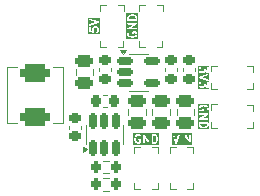
<source format=gto>
%TF.GenerationSoftware,KiCad,Pcbnew,8.0.7*%
%TF.CreationDate,2026-01-14T12:01:29-08:00*%
%TF.ProjectId,3V3-500mA,3356332d-3530-4306-9d41-2e6b69636164,rev?*%
%TF.SameCoordinates,Original*%
%TF.FileFunction,Legend,Top*%
%TF.FilePolarity,Positive*%
%FSLAX46Y46*%
G04 Gerber Fmt 4.6, Leading zero omitted, Abs format (unit mm)*
G04 Created by KiCad (PCBNEW 8.0.7) date 2026-01-14 12:01:29*
%MOMM*%
%LPD*%
G01*
G04 APERTURE LIST*
G04 Aperture macros list*
%AMRoundRect*
0 Rectangle with rounded corners*
0 $1 Rounding radius*
0 $2 $3 $4 $5 $6 $7 $8 $9 X,Y pos of 4 corners*
0 Add a 4 corners polygon primitive as box body*
4,1,4,$2,$3,$4,$5,$6,$7,$8,$9,$2,$3,0*
0 Add four circle primitives for the rounded corners*
1,1,$1+$1,$2,$3*
1,1,$1+$1,$4,$5*
1,1,$1+$1,$6,$7*
1,1,$1+$1,$8,$9*
0 Add four rect primitives between the rounded corners*
20,1,$1+$1,$2,$3,$4,$5,0*
20,1,$1+$1,$4,$5,$6,$7,0*
20,1,$1+$1,$6,$7,$8,$9,0*
20,1,$1+$1,$8,$9,$2,$3,0*%
G04 Aperture macros list end*
%ADD10C,0.140000*%
%ADD11C,0.100000*%
%ADD12C,0.120000*%
%ADD13R,3.400000X1.800000*%
%ADD14R,1.800000X3.400000*%
%ADD15C,3.800000*%
%ADD16RoundRect,0.250000X0.475000X-0.250000X0.475000X0.250000X-0.475000X0.250000X-0.475000X-0.250000X0*%
%ADD17RoundRect,0.225000X0.250000X-0.225000X0.250000X0.225000X-0.250000X0.225000X-0.250000X-0.225000X0*%
%ADD18RoundRect,0.375000X0.875000X-0.375000X0.875000X0.375000X-0.875000X0.375000X-0.875000X-0.375000X0*%
%ADD19RoundRect,0.250000X-0.475000X0.250000X-0.475000X-0.250000X0.475000X-0.250000X0.475000X0.250000X0*%
%ADD20RoundRect,0.225000X-0.250000X0.225000X-0.250000X-0.225000X0.250000X-0.225000X0.250000X0.225000X0*%
%ADD21RoundRect,0.150000X0.150000X-0.512500X0.150000X0.512500X-0.150000X0.512500X-0.150000X-0.512500X0*%
%ADD22RoundRect,0.225000X0.225000X0.250000X-0.225000X0.250000X-0.225000X-0.250000X0.225000X-0.250000X0*%
%ADD23RoundRect,0.150000X-0.512500X-0.150000X0.512500X-0.150000X0.512500X0.150000X-0.512500X0.150000X0*%
%ADD24RoundRect,0.200000X0.200000X0.275000X-0.200000X0.275000X-0.200000X-0.275000X0.200000X-0.275000X0*%
%ADD25RoundRect,0.200000X-0.200000X-0.275000X0.200000X-0.275000X0.200000X0.275000X-0.200000X0.275000X0*%
G04 APERTURE END LIST*
D10*
G36*
X209987188Y-92801568D02*
G01*
X210034136Y-92848517D01*
X210058953Y-92898152D01*
X210088333Y-93015669D01*
X210088333Y-93098436D01*
X210058953Y-93215953D01*
X210034136Y-93265588D01*
X209987188Y-93312537D01*
X209913640Y-93337053D01*
X209828333Y-93337053D01*
X209828333Y-92777053D01*
X209913640Y-92777053D01*
X209987188Y-92801568D01*
G37*
G36*
X210306111Y-93554831D02*
G01*
X208143889Y-93554831D01*
X208143889Y-93007053D01*
X208221667Y-93007053D01*
X208221667Y-93107053D01*
X208223340Y-93115464D01*
X208223757Y-93124030D01*
X208257090Y-93257363D01*
X208260364Y-93264294D01*
X208262390Y-93271691D01*
X208295724Y-93338358D01*
X208302601Y-93347219D01*
X208308836Y-93356550D01*
X208375502Y-93423217D01*
X208378417Y-93425165D01*
X208379136Y-93426602D01*
X208388882Y-93432157D01*
X208398212Y-93438392D01*
X208399819Y-93438392D01*
X208402864Y-93440128D01*
X208502864Y-93473461D01*
X208513995Y-93474864D01*
X208525000Y-93477053D01*
X208591667Y-93477053D01*
X208602671Y-93474864D01*
X208613803Y-93473461D01*
X208713803Y-93440128D01*
X208716848Y-93438392D01*
X208718456Y-93438392D01*
X208727788Y-93432155D01*
X208737531Y-93426602D01*
X208738249Y-93425165D01*
X208741165Y-93423217D01*
X208774498Y-93389883D01*
X208789673Y-93367173D01*
X208789672Y-93367168D01*
X208795000Y-93340386D01*
X208795000Y-93107053D01*
X208789672Y-93080265D01*
X208751788Y-93042381D01*
X208725000Y-93037053D01*
X208591667Y-93037053D01*
X208564879Y-93042381D01*
X208526995Y-93080265D01*
X208526995Y-93133841D01*
X208564879Y-93171725D01*
X208591667Y-93177053D01*
X208655000Y-93177053D01*
X208655000Y-93311391D01*
X208653854Y-93312537D01*
X208580307Y-93337053D01*
X208536360Y-93337053D01*
X208462812Y-93312537D01*
X208415864Y-93265588D01*
X208391046Y-93215953D01*
X208361667Y-93098436D01*
X208361667Y-93015670D01*
X208391046Y-92898152D01*
X208415864Y-92848517D01*
X208462812Y-92801568D01*
X208536360Y-92777053D01*
X208608475Y-92777053D01*
X208660363Y-92802996D01*
X208686705Y-92810210D01*
X208737532Y-92793268D01*
X208761492Y-92745348D01*
X208748726Y-92707053D01*
X208955000Y-92707053D01*
X208955000Y-93407053D01*
X208960328Y-93433841D01*
X208998212Y-93471725D01*
X209051788Y-93471725D01*
X209089672Y-93433841D01*
X209095000Y-93407053D01*
X209095000Y-92970642D01*
X209364223Y-93441783D01*
X209382140Y-93462398D01*
X209391414Y-93464927D01*
X209398212Y-93471725D01*
X209416338Y-93471725D01*
X209433828Y-93476495D01*
X209442176Y-93471725D01*
X209451788Y-93471725D01*
X209464604Y-93458908D01*
X209480345Y-93449914D01*
X209482874Y-93440638D01*
X209489672Y-93433841D01*
X209495000Y-93407053D01*
X209495000Y-92707053D01*
X209688333Y-92707053D01*
X209688333Y-93407053D01*
X209693661Y-93433841D01*
X209731545Y-93471725D01*
X209758333Y-93477053D01*
X209925000Y-93477053D01*
X209936004Y-93474864D01*
X209947136Y-93473461D01*
X210047136Y-93440128D01*
X210050181Y-93438392D01*
X210051788Y-93438392D01*
X210061114Y-93432159D01*
X210070864Y-93426602D01*
X210071582Y-93425164D01*
X210074497Y-93423217D01*
X210141164Y-93356551D01*
X210147395Y-93347224D01*
X210154277Y-93338358D01*
X210187610Y-93271690D01*
X210189634Y-93264296D01*
X210192910Y-93257363D01*
X210226243Y-93124031D01*
X210226660Y-93115464D01*
X210228333Y-93107053D01*
X210228333Y-93007053D01*
X210226660Y-92998641D01*
X210226243Y-92990075D01*
X210192910Y-92856743D01*
X210189634Y-92849809D01*
X210187610Y-92842416D01*
X210154277Y-92775748D01*
X210147395Y-92766881D01*
X210141164Y-92757555D01*
X210074497Y-92690889D01*
X210071582Y-92688941D01*
X210070864Y-92687504D01*
X210061114Y-92681946D01*
X210051788Y-92675714D01*
X210050181Y-92675714D01*
X210047136Y-92673978D01*
X209947136Y-92640645D01*
X209936004Y-92639241D01*
X209925000Y-92637053D01*
X209758333Y-92637053D01*
X209731545Y-92642381D01*
X209693661Y-92680265D01*
X209688333Y-92707053D01*
X209495000Y-92707053D01*
X209489672Y-92680265D01*
X209451788Y-92642381D01*
X209398212Y-92642381D01*
X209360328Y-92680265D01*
X209355000Y-92707053D01*
X209355000Y-93143463D01*
X209085777Y-92672323D01*
X209067860Y-92651708D01*
X209058585Y-92649178D01*
X209051788Y-92642381D01*
X209033662Y-92642381D01*
X209016172Y-92637611D01*
X209007825Y-92642381D01*
X208998212Y-92642381D01*
X208985394Y-92655198D01*
X208969655Y-92664193D01*
X208967125Y-92673467D01*
X208960328Y-92680265D01*
X208955000Y-92707053D01*
X208748726Y-92707053D01*
X208744549Y-92694521D01*
X208722972Y-92677776D01*
X208656305Y-92644443D01*
X208652924Y-92643517D01*
X208651788Y-92642381D01*
X208640780Y-92640191D01*
X208629962Y-92637229D01*
X208628438Y-92637736D01*
X208625000Y-92637053D01*
X208525000Y-92637053D01*
X208513995Y-92639241D01*
X208502864Y-92640645D01*
X208402864Y-92673978D01*
X208399819Y-92675714D01*
X208398212Y-92675714D01*
X208388882Y-92681948D01*
X208379136Y-92687504D01*
X208378417Y-92688940D01*
X208375502Y-92690889D01*
X208308836Y-92757556D01*
X208302601Y-92766886D01*
X208295724Y-92775748D01*
X208262390Y-92842415D01*
X208260364Y-92849811D01*
X208257090Y-92856743D01*
X208223757Y-92990076D01*
X208223340Y-92998641D01*
X208221667Y-93007053D01*
X208143889Y-93007053D01*
X208143889Y-92559275D01*
X210306111Y-92559275D01*
X210306111Y-93554831D01*
G37*
G36*
X213114444Y-93554655D02*
G01*
X211385731Y-93554655D01*
X211385731Y-92702091D01*
X211463509Y-92702091D01*
X211466925Y-92729189D01*
X211700259Y-93429189D01*
X211713785Y-93452917D01*
X211718463Y-93455256D01*
X211720803Y-93459935D01*
X211741857Y-93466953D01*
X211761705Y-93476877D01*
X211766667Y-93475223D01*
X211771629Y-93476877D01*
X211791477Y-93466953D01*
X211812531Y-93459935D01*
X211814870Y-93455256D01*
X211819549Y-93452917D01*
X211833075Y-93429189D01*
X212066408Y-92729189D01*
X212069198Y-92707053D01*
X212163333Y-92707053D01*
X212163333Y-93407053D01*
X212168661Y-93433841D01*
X212206545Y-93471725D01*
X212260121Y-93471725D01*
X212298005Y-93433841D01*
X212303333Y-93407053D01*
X212303333Y-92707053D01*
X212496666Y-92707053D01*
X212496666Y-93407053D01*
X212501994Y-93433841D01*
X212539878Y-93471725D01*
X212593454Y-93471725D01*
X212631338Y-93433841D01*
X212636666Y-93407053D01*
X212636666Y-92970642D01*
X212905889Y-93441783D01*
X212923806Y-93462398D01*
X212933080Y-93464927D01*
X212939878Y-93471725D01*
X212958004Y-93471725D01*
X212975494Y-93476495D01*
X212983842Y-93471725D01*
X212993454Y-93471725D01*
X213006270Y-93458908D01*
X213022011Y-93449914D01*
X213024540Y-93440638D01*
X213031338Y-93433841D01*
X213036666Y-93407053D01*
X213036666Y-92707053D01*
X213031338Y-92680265D01*
X212993454Y-92642381D01*
X212939878Y-92642381D01*
X212901994Y-92680265D01*
X212896666Y-92707053D01*
X212896666Y-93143463D01*
X212627443Y-92672323D01*
X212609526Y-92651708D01*
X212600251Y-92649178D01*
X212593454Y-92642381D01*
X212575328Y-92642381D01*
X212557838Y-92637611D01*
X212549491Y-92642381D01*
X212539878Y-92642381D01*
X212527060Y-92655198D01*
X212511321Y-92664193D01*
X212508791Y-92673467D01*
X212501994Y-92680265D01*
X212496666Y-92707053D01*
X212303333Y-92707053D01*
X212298005Y-92680265D01*
X212260121Y-92642381D01*
X212206545Y-92642381D01*
X212168661Y-92680265D01*
X212163333Y-92707053D01*
X212069198Y-92707053D01*
X212069824Y-92702090D01*
X212045864Y-92654171D01*
X211995038Y-92637228D01*
X211947118Y-92661188D01*
X211933592Y-92684917D01*
X211766666Y-93185693D01*
X211599741Y-92684917D01*
X211586215Y-92661189D01*
X211538295Y-92637229D01*
X211487469Y-92654171D01*
X211463509Y-92702091D01*
X211385731Y-92702091D01*
X211385731Y-92559450D01*
X213114444Y-92559450D01*
X213114444Y-93554655D01*
G37*
G36*
X214372946Y-91838640D02*
G01*
X214348430Y-91912187D01*
X214301482Y-91959136D01*
X214251848Y-91983953D01*
X214134329Y-92013333D01*
X214051563Y-92013333D01*
X213934045Y-91983953D01*
X213884411Y-91959136D01*
X213837462Y-91912188D01*
X213812946Y-91838639D01*
X213812946Y-91753333D01*
X214372946Y-91753333D01*
X214372946Y-91838640D01*
G37*
G36*
X214590724Y-92231111D02*
G01*
X213595168Y-92231111D01*
X213595168Y-91683333D01*
X213672946Y-91683333D01*
X213672946Y-91850000D01*
X213675134Y-91861004D01*
X213676538Y-91872136D01*
X213709872Y-91972136D01*
X213711608Y-91975181D01*
X213711608Y-91976788D01*
X213717842Y-91986119D01*
X213723398Y-91995864D01*
X213724834Y-91996582D01*
X213726782Y-91999497D01*
X213793448Y-92066164D01*
X213802774Y-92072395D01*
X213811641Y-92079277D01*
X213878309Y-92112610D01*
X213885702Y-92114634D01*
X213892636Y-92117910D01*
X214025968Y-92151243D01*
X214034534Y-92151660D01*
X214042946Y-92153333D01*
X214142946Y-92153333D01*
X214151357Y-92151659D01*
X214159923Y-92151243D01*
X214293257Y-92117910D01*
X214300189Y-92114635D01*
X214307585Y-92112610D01*
X214374251Y-92079277D01*
X214383117Y-92072395D01*
X214392443Y-92066164D01*
X214459110Y-91999498D01*
X214461058Y-91996582D01*
X214462495Y-91995864D01*
X214468050Y-91986117D01*
X214474285Y-91976788D01*
X214474285Y-91975181D01*
X214476021Y-91972136D01*
X214509354Y-91872136D01*
X214510757Y-91861004D01*
X214512946Y-91850000D01*
X214512946Y-91683333D01*
X214507618Y-91656545D01*
X214469734Y-91618661D01*
X214442946Y-91613333D01*
X213742946Y-91613333D01*
X213716158Y-91618661D01*
X213678274Y-91656545D01*
X213672946Y-91683333D01*
X213595168Y-91683333D01*
X213595168Y-91358828D01*
X213673504Y-91358828D01*
X213678274Y-91367175D01*
X213678274Y-91376788D01*
X213691091Y-91389605D01*
X213700086Y-91405345D01*
X213709360Y-91407874D01*
X213716158Y-91414672D01*
X213742946Y-91420000D01*
X214442946Y-91420000D01*
X214469734Y-91414672D01*
X214507618Y-91376788D01*
X214507618Y-91323212D01*
X214469734Y-91285328D01*
X214442946Y-91280000D01*
X214006536Y-91280000D01*
X214477676Y-91010777D01*
X214498291Y-90992860D01*
X214500820Y-90983585D01*
X214507618Y-90976788D01*
X214507618Y-90958661D01*
X214512388Y-90941172D01*
X214507618Y-90932824D01*
X214507618Y-90923212D01*
X214494801Y-90910395D01*
X214485807Y-90894655D01*
X214476531Y-90892125D01*
X214469734Y-90885328D01*
X214442946Y-90880000D01*
X213742946Y-90880000D01*
X213716158Y-90885328D01*
X213678274Y-90923212D01*
X213678274Y-90976788D01*
X213716158Y-91014672D01*
X213742946Y-91020000D01*
X214179356Y-91020000D01*
X213708216Y-91289223D01*
X213687601Y-91307140D01*
X213685071Y-91316414D01*
X213678274Y-91323212D01*
X213678274Y-91341338D01*
X213673504Y-91358828D01*
X213595168Y-91358828D01*
X213595168Y-90450000D01*
X213672946Y-90450000D01*
X213672946Y-90516667D01*
X213675134Y-90527671D01*
X213676538Y-90538803D01*
X213709872Y-90638803D01*
X213711608Y-90641848D01*
X213711608Y-90643455D01*
X213717840Y-90652781D01*
X213723398Y-90662531D01*
X213724835Y-90663249D01*
X213726783Y-90666164D01*
X213760116Y-90699497D01*
X213782825Y-90714672D01*
X213809613Y-90720000D01*
X214042946Y-90720000D01*
X214069734Y-90714672D01*
X214107618Y-90676788D01*
X214112946Y-90650000D01*
X214112946Y-90516667D01*
X214107618Y-90489879D01*
X214069734Y-90451995D01*
X214016158Y-90451995D01*
X213978274Y-90489879D01*
X213972946Y-90516667D01*
X213972946Y-90580000D01*
X213838607Y-90580000D01*
X213837463Y-90578856D01*
X213812946Y-90505306D01*
X213812946Y-90461360D01*
X213837463Y-90387810D01*
X213884410Y-90340863D01*
X213934046Y-90316045D01*
X214051563Y-90286667D01*
X214134329Y-90286667D01*
X214251846Y-90316046D01*
X214301480Y-90340863D01*
X214348430Y-90387812D01*
X214372946Y-90461359D01*
X214372946Y-90533475D01*
X214347003Y-90585362D01*
X214339789Y-90611705D01*
X214356731Y-90662532D01*
X214404651Y-90686491D01*
X214455478Y-90669549D01*
X214472223Y-90647972D01*
X214505556Y-90581304D01*
X214506481Y-90577924D01*
X214507618Y-90576788D01*
X214509807Y-90565779D01*
X214512770Y-90554962D01*
X214512262Y-90553438D01*
X214512946Y-90550000D01*
X214512946Y-90450000D01*
X214510757Y-90438995D01*
X214509354Y-90427864D01*
X214476021Y-90327864D01*
X214474285Y-90324818D01*
X214474285Y-90323212D01*
X214468050Y-90313882D01*
X214462495Y-90304136D01*
X214461058Y-90303417D01*
X214459110Y-90300502D01*
X214392443Y-90233836D01*
X214383112Y-90227601D01*
X214374251Y-90220724D01*
X214307586Y-90187390D01*
X214300187Y-90185364D01*
X214293257Y-90182090D01*
X214159923Y-90148757D01*
X214151357Y-90148340D01*
X214142946Y-90146667D01*
X214042946Y-90146667D01*
X214034534Y-90148339D01*
X214025968Y-90148757D01*
X213892636Y-90182090D01*
X213885705Y-90185364D01*
X213878307Y-90187390D01*
X213811641Y-90220724D01*
X213802779Y-90227601D01*
X213793449Y-90233836D01*
X213726783Y-90300503D01*
X213724835Y-90303417D01*
X213723398Y-90304136D01*
X213717840Y-90313885D01*
X213711608Y-90323212D01*
X213711608Y-90324818D01*
X213709872Y-90327864D01*
X213676538Y-90427864D01*
X213675134Y-90438995D01*
X213672946Y-90450000D01*
X213595168Y-90450000D01*
X213595168Y-90068889D01*
X214590724Y-90068889D01*
X214590724Y-92231111D01*
G37*
G36*
X214590724Y-88831111D02*
G01*
X213595168Y-88831111D01*
X213595168Y-88350000D01*
X213672946Y-88350000D01*
X213672946Y-88550000D01*
X213673629Y-88553438D01*
X213673122Y-88554963D01*
X213676085Y-88565784D01*
X213678274Y-88576788D01*
X213679409Y-88577923D01*
X213680336Y-88581306D01*
X213713670Y-88647971D01*
X213720549Y-88656834D01*
X213726782Y-88666163D01*
X213760115Y-88699497D01*
X213769443Y-88705730D01*
X213778308Y-88712610D01*
X213844976Y-88745943D01*
X213848355Y-88746868D01*
X213849492Y-88748005D01*
X213860500Y-88750194D01*
X213871318Y-88753157D01*
X213872841Y-88752649D01*
X213876280Y-88753333D01*
X214042946Y-88753333D01*
X214046384Y-88752649D01*
X214047908Y-88753157D01*
X214058726Y-88750194D01*
X214069734Y-88748005D01*
X214070870Y-88746868D01*
X214074251Y-88745943D01*
X214140918Y-88712610D01*
X214149782Y-88705730D01*
X214159111Y-88699497D01*
X214192444Y-88666163D01*
X214198674Y-88656838D01*
X214205556Y-88647972D01*
X214233153Y-88592777D01*
X214396850Y-88736013D01*
X214414098Y-88745945D01*
X214416158Y-88748005D01*
X214417675Y-88748005D01*
X214420519Y-88749643D01*
X214445095Y-88748005D01*
X214469734Y-88748005D01*
X214471493Y-88746245D01*
X214473976Y-88746080D01*
X214490195Y-88727544D01*
X214507618Y-88710121D01*
X214508258Y-88706899D01*
X214509256Y-88705760D01*
X214509062Y-88702858D01*
X214512946Y-88683333D01*
X214512946Y-88250000D01*
X214507618Y-88223212D01*
X214469734Y-88185328D01*
X214416158Y-88185328D01*
X214378274Y-88223212D01*
X214372946Y-88250000D01*
X214372946Y-88529069D01*
X214222375Y-88397320D01*
X214205125Y-88387385D01*
X214203068Y-88385328D01*
X214201553Y-88385328D01*
X214198707Y-88383689D01*
X214174123Y-88385328D01*
X214149492Y-88385328D01*
X214147732Y-88387087D01*
X214145249Y-88387253D01*
X214129023Y-88405797D01*
X214111608Y-88423212D01*
X214110967Y-88426431D01*
X214109969Y-88427573D01*
X214110162Y-88430478D01*
X214106280Y-88450000D01*
X214106280Y-88533474D01*
X214085415Y-88575202D01*
X214068146Y-88592470D01*
X214026421Y-88613333D01*
X213892805Y-88613333D01*
X213851078Y-88592470D01*
X213833809Y-88575200D01*
X213812946Y-88533474D01*
X213812946Y-88366525D01*
X213833811Y-88324795D01*
X213859110Y-88299497D01*
X213874285Y-88276788D01*
X213874285Y-88223212D01*
X213836401Y-88185328D01*
X213782825Y-88185328D01*
X213760116Y-88200503D01*
X213726783Y-88233836D01*
X213720551Y-88243161D01*
X213713670Y-88252028D01*
X213680336Y-88318695D01*
X213679410Y-88322075D01*
X213678274Y-88323212D01*
X213676085Y-88334216D01*
X213673122Y-88345037D01*
X213673629Y-88346561D01*
X213672946Y-88350000D01*
X213595168Y-88350000D01*
X213595168Y-87845038D01*
X213673122Y-87845038D01*
X213674776Y-87850000D01*
X213673122Y-87854962D01*
X213683046Y-87874810D01*
X213690064Y-87895864D01*
X213694742Y-87898203D01*
X213697082Y-87902882D01*
X213720810Y-87916408D01*
X214420810Y-88149741D01*
X214447909Y-88153157D01*
X214495828Y-88129197D01*
X214512771Y-88078371D01*
X214488811Y-88030451D01*
X214465082Y-88016925D01*
X213964305Y-87849999D01*
X214465082Y-87683074D01*
X214488810Y-87669548D01*
X214512770Y-87621628D01*
X214495828Y-87570802D01*
X214447908Y-87546842D01*
X214420810Y-87550258D01*
X213720810Y-87783592D01*
X213697082Y-87797118D01*
X213694742Y-87801796D01*
X213690064Y-87804136D01*
X213683046Y-87825190D01*
X213673122Y-87845038D01*
X213595168Y-87845038D01*
X213595168Y-87083333D01*
X213672946Y-87083333D01*
X213672946Y-87283333D01*
X213673629Y-87286771D01*
X213673122Y-87288296D01*
X213676085Y-87299117D01*
X213678274Y-87310121D01*
X213679409Y-87311256D01*
X213680336Y-87314639D01*
X213713670Y-87381304D01*
X213720549Y-87390167D01*
X213726782Y-87399496D01*
X213760115Y-87432830D01*
X213769443Y-87439063D01*
X213778308Y-87445943D01*
X213844976Y-87479276D01*
X213848355Y-87480201D01*
X213849492Y-87481338D01*
X213860500Y-87483527D01*
X213871318Y-87486490D01*
X213872841Y-87485982D01*
X213876280Y-87486666D01*
X214042946Y-87486666D01*
X214046384Y-87485982D01*
X214047908Y-87486490D01*
X214058726Y-87483527D01*
X214069734Y-87481338D01*
X214070870Y-87480201D01*
X214074251Y-87479276D01*
X214140918Y-87445943D01*
X214149782Y-87439063D01*
X214159111Y-87432830D01*
X214192444Y-87399496D01*
X214198674Y-87390171D01*
X214205556Y-87381305D01*
X214233153Y-87326110D01*
X214396850Y-87469346D01*
X214414098Y-87479278D01*
X214416158Y-87481338D01*
X214417675Y-87481338D01*
X214420519Y-87482976D01*
X214445095Y-87481338D01*
X214469734Y-87481338D01*
X214471493Y-87479578D01*
X214473976Y-87479413D01*
X214490195Y-87460877D01*
X214507618Y-87443454D01*
X214508258Y-87440232D01*
X214509256Y-87439093D01*
X214509062Y-87436191D01*
X214512946Y-87416666D01*
X214512946Y-86983333D01*
X214507618Y-86956545D01*
X214469734Y-86918661D01*
X214416158Y-86918661D01*
X214378274Y-86956545D01*
X214372946Y-86983333D01*
X214372946Y-87262402D01*
X214222375Y-87130653D01*
X214205125Y-87120718D01*
X214203068Y-87118661D01*
X214201553Y-87118661D01*
X214198707Y-87117022D01*
X214174123Y-87118661D01*
X214149492Y-87118661D01*
X214147732Y-87120420D01*
X214145249Y-87120586D01*
X214129023Y-87139130D01*
X214111608Y-87156545D01*
X214110967Y-87159764D01*
X214109969Y-87160906D01*
X214110162Y-87163811D01*
X214106280Y-87183333D01*
X214106280Y-87266807D01*
X214085415Y-87308535D01*
X214068146Y-87325803D01*
X214026421Y-87346666D01*
X213892805Y-87346666D01*
X213851078Y-87325803D01*
X213833809Y-87308533D01*
X213812946Y-87266807D01*
X213812946Y-87099858D01*
X213833811Y-87058128D01*
X213859110Y-87032830D01*
X213874285Y-87010121D01*
X213874285Y-86956545D01*
X213836401Y-86918661D01*
X213782825Y-86918661D01*
X213760116Y-86933836D01*
X213726783Y-86967169D01*
X213720551Y-86976494D01*
X213713670Y-86985361D01*
X213680336Y-87052028D01*
X213679410Y-87055408D01*
X213678274Y-87056545D01*
X213676085Y-87067549D01*
X213673122Y-87078370D01*
X213673629Y-87079894D01*
X213672946Y-87083333D01*
X213595168Y-87083333D01*
X213595168Y-86840883D01*
X214590724Y-86840883D01*
X214590724Y-88831111D01*
G37*
G36*
X208215953Y-82666045D02*
G01*
X208265588Y-82690863D01*
X208312537Y-82737811D01*
X208337053Y-82811358D01*
X208337053Y-82896666D01*
X207777053Y-82896666D01*
X207777053Y-82811358D01*
X207801568Y-82737811D01*
X207848517Y-82690862D01*
X207898153Y-82666044D01*
X208015670Y-82636666D01*
X208098436Y-82636666D01*
X208215953Y-82666045D01*
G37*
G36*
X208554831Y-84581110D02*
G01*
X207559275Y-84581110D01*
X207559275Y-84099999D01*
X207637053Y-84099999D01*
X207637053Y-84199999D01*
X207639241Y-84211003D01*
X207640645Y-84222135D01*
X207673978Y-84322135D01*
X207675714Y-84325180D01*
X207675714Y-84326787D01*
X207681946Y-84336113D01*
X207687504Y-84345863D01*
X207688941Y-84346581D01*
X207690889Y-84349496D01*
X207757555Y-84416163D01*
X207766881Y-84422394D01*
X207775748Y-84429276D01*
X207842416Y-84462609D01*
X207849809Y-84464633D01*
X207856743Y-84467909D01*
X207990075Y-84501242D01*
X207998641Y-84501659D01*
X208007053Y-84503332D01*
X208107053Y-84503332D01*
X208115464Y-84501658D01*
X208124030Y-84501242D01*
X208257363Y-84467909D01*
X208264295Y-84464634D01*
X208271691Y-84462609D01*
X208338358Y-84429276D01*
X208347228Y-84422391D01*
X208356550Y-84416163D01*
X208423217Y-84349497D01*
X208425165Y-84346581D01*
X208426602Y-84345863D01*
X208432157Y-84336116D01*
X208438392Y-84326787D01*
X208438392Y-84325180D01*
X208440128Y-84322135D01*
X208473461Y-84222135D01*
X208474864Y-84211003D01*
X208477053Y-84199999D01*
X208477053Y-84133332D01*
X208474864Y-84122327D01*
X208473461Y-84111196D01*
X208440128Y-84011196D01*
X208438392Y-84008150D01*
X208438392Y-84006543D01*
X208432155Y-83997210D01*
X208426602Y-83987468D01*
X208425165Y-83986749D01*
X208423217Y-83983834D01*
X208389883Y-83950501D01*
X208367176Y-83935329D01*
X208367174Y-83935327D01*
X208340386Y-83929999D01*
X208107053Y-83929999D01*
X208080265Y-83935327D01*
X208042381Y-83973211D01*
X208037053Y-83999999D01*
X208037053Y-84133332D01*
X208042381Y-84160120D01*
X208080265Y-84198004D01*
X208133841Y-84198004D01*
X208171725Y-84160120D01*
X208177053Y-84133332D01*
X208177053Y-84069999D01*
X208311392Y-84069999D01*
X208312537Y-84071144D01*
X208337053Y-84144691D01*
X208337053Y-84188639D01*
X208312537Y-84262186D01*
X208265589Y-84309135D01*
X208215954Y-84333952D01*
X208098436Y-84363332D01*
X208015670Y-84363332D01*
X207898152Y-84333952D01*
X207848517Y-84309135D01*
X207801568Y-84262187D01*
X207777053Y-84188639D01*
X207777053Y-84116523D01*
X207802996Y-84064636D01*
X207810210Y-84038294D01*
X207793268Y-83987467D01*
X207745348Y-83963507D01*
X207694521Y-83980450D01*
X207677776Y-84002027D01*
X207644443Y-84068694D01*
X207643517Y-84072074D01*
X207642381Y-84073211D01*
X207640191Y-84084218D01*
X207637229Y-84095037D01*
X207637736Y-84096560D01*
X207637053Y-84099999D01*
X207559275Y-84099999D01*
X207559275Y-83708827D01*
X207637611Y-83708827D01*
X207642381Y-83717174D01*
X207642381Y-83726787D01*
X207655198Y-83739604D01*
X207664193Y-83755344D01*
X207673467Y-83757873D01*
X207680265Y-83764671D01*
X207707053Y-83769999D01*
X208407053Y-83769999D01*
X208433841Y-83764671D01*
X208471725Y-83726787D01*
X208471725Y-83673211D01*
X208433841Y-83635327D01*
X208407053Y-83629999D01*
X207970643Y-83629999D01*
X208441783Y-83360776D01*
X208462398Y-83342859D01*
X208464927Y-83333584D01*
X208471725Y-83326787D01*
X208471725Y-83308660D01*
X208476495Y-83291171D01*
X208471725Y-83282823D01*
X208471725Y-83273211D01*
X208458908Y-83260394D01*
X208449914Y-83244654D01*
X208440638Y-83242124D01*
X208433841Y-83235327D01*
X208407053Y-83229999D01*
X207707053Y-83229999D01*
X207680265Y-83235327D01*
X207642381Y-83273211D01*
X207642381Y-83326787D01*
X207680265Y-83364671D01*
X207707053Y-83369999D01*
X208143463Y-83369999D01*
X207672323Y-83639222D01*
X207651708Y-83657139D01*
X207649178Y-83666413D01*
X207642381Y-83673211D01*
X207642381Y-83691337D01*
X207637611Y-83708827D01*
X207559275Y-83708827D01*
X207559275Y-82799999D01*
X207637053Y-82799999D01*
X207637053Y-82966666D01*
X207642381Y-82993454D01*
X207680265Y-83031338D01*
X207707053Y-83036666D01*
X208407053Y-83036666D01*
X208433841Y-83031338D01*
X208471725Y-82993454D01*
X208477053Y-82966666D01*
X208477053Y-82799999D01*
X208474864Y-82788994D01*
X208473461Y-82777863D01*
X208440128Y-82677863D01*
X208438392Y-82674817D01*
X208438392Y-82673211D01*
X208432157Y-82663881D01*
X208426602Y-82654135D01*
X208425165Y-82653416D01*
X208423217Y-82650501D01*
X208356550Y-82583835D01*
X208347219Y-82577600D01*
X208338358Y-82570723D01*
X208271691Y-82537389D01*
X208264294Y-82535363D01*
X208257363Y-82532089D01*
X208124030Y-82498756D01*
X208115464Y-82498339D01*
X208107053Y-82496666D01*
X208007053Y-82496666D01*
X207998641Y-82498338D01*
X207990075Y-82498756D01*
X207856743Y-82532089D01*
X207849812Y-82535363D01*
X207842414Y-82537389D01*
X207775748Y-82570723D01*
X207766884Y-82577602D01*
X207757556Y-82583835D01*
X207690889Y-82650501D01*
X207688940Y-82653416D01*
X207687504Y-82654135D01*
X207681950Y-82663877D01*
X207675714Y-82673210D01*
X207675714Y-82674817D01*
X207673978Y-82677863D01*
X207640645Y-82777863D01*
X207639241Y-82788994D01*
X207637053Y-82799999D01*
X207559275Y-82799999D01*
X207559275Y-82418888D01*
X208554831Y-82418888D01*
X208554831Y-84581110D01*
G37*
G36*
X205304831Y-84147430D02*
G01*
X204309275Y-84147430D01*
X204309275Y-83633333D01*
X204387053Y-83633333D01*
X204387053Y-83966666D01*
X204390383Y-83983411D01*
X204390036Y-83986886D01*
X204391408Y-83988563D01*
X204392381Y-83993454D01*
X204409040Y-84010113D01*
X204423963Y-84028352D01*
X204428733Y-84029806D01*
X204430265Y-84031338D01*
X204433755Y-84031338D01*
X204450088Y-84036319D01*
X204783420Y-84069652D01*
X204810606Y-84067015D01*
X204813471Y-84064671D01*
X204817174Y-84064671D01*
X204833838Y-84048006D01*
X204852071Y-84033089D01*
X204852439Y-84029405D01*
X204855058Y-84026787D01*
X204855058Y-84003219D01*
X204857402Y-83979779D01*
X204855058Y-83976914D01*
X204855058Y-83973211D01*
X204839883Y-83950502D01*
X204814583Y-83925202D01*
X204793720Y-83883474D01*
X204793720Y-83749857D01*
X204814583Y-83708129D01*
X204831849Y-83690863D01*
X204873578Y-83669999D01*
X205007194Y-83669999D01*
X205048920Y-83690862D01*
X205066190Y-83708131D01*
X205087053Y-83749857D01*
X205087053Y-83883474D01*
X205066190Y-83925200D01*
X205040889Y-83950501D01*
X205025714Y-83973210D01*
X205025714Y-84026786D01*
X205063597Y-84064671D01*
X205117173Y-84064671D01*
X205139883Y-84049497D01*
X205173217Y-84016164D01*
X205179450Y-84006835D01*
X205186330Y-83997971D01*
X205219663Y-83931303D01*
X205220588Y-83927923D01*
X205221725Y-83926787D01*
X205223914Y-83915778D01*
X205226877Y-83904961D01*
X205226369Y-83903437D01*
X205227053Y-83899999D01*
X205227053Y-83733333D01*
X205226369Y-83729894D01*
X205226877Y-83728371D01*
X205223914Y-83717553D01*
X205221725Y-83706545D01*
X205220588Y-83705408D01*
X205219663Y-83702029D01*
X205186330Y-83635361D01*
X205179450Y-83626496D01*
X205173217Y-83617168D01*
X205139883Y-83583835D01*
X205130554Y-83577602D01*
X205121691Y-83570723D01*
X205055026Y-83537389D01*
X205051643Y-83536462D01*
X205050508Y-83535327D01*
X205039504Y-83533138D01*
X205028683Y-83530175D01*
X205027158Y-83530682D01*
X205023720Y-83529999D01*
X204857053Y-83529999D01*
X204853614Y-83530682D01*
X204852090Y-83530175D01*
X204841268Y-83533138D01*
X204830265Y-83535327D01*
X204829129Y-83536462D01*
X204825747Y-83537389D01*
X204759081Y-83570723D01*
X204750214Y-83577604D01*
X204740889Y-83583836D01*
X204707556Y-83617169D01*
X204701327Y-83626490D01*
X204694443Y-83635361D01*
X204661110Y-83702028D01*
X204660184Y-83705408D01*
X204659048Y-83706545D01*
X204656858Y-83717552D01*
X204653896Y-83728371D01*
X204654403Y-83729894D01*
X204653720Y-83733333D01*
X204653720Y-83899999D01*
X204654403Y-83903437D01*
X204653896Y-83904961D01*
X204656858Y-83915779D01*
X204656963Y-83916307D01*
X204527053Y-83903316D01*
X204527053Y-83633333D01*
X204521725Y-83606545D01*
X204483841Y-83568661D01*
X204430265Y-83568661D01*
X204392381Y-83606545D01*
X204387053Y-83633333D01*
X204309275Y-83633333D01*
X204309275Y-82938294D01*
X204387229Y-82938294D01*
X204411189Y-82986214D01*
X204434917Y-82999740D01*
X204935693Y-83166665D01*
X204434917Y-83333591D01*
X204411189Y-83347117D01*
X204387229Y-83395037D01*
X204404171Y-83445863D01*
X204452091Y-83469823D01*
X204479189Y-83466407D01*
X205179189Y-83233074D01*
X205202918Y-83219548D01*
X205205257Y-83214868D01*
X205209935Y-83212530D01*
X205216951Y-83191482D01*
X205226878Y-83171628D01*
X205225223Y-83166664D01*
X205226877Y-83161704D01*
X205216954Y-83141858D01*
X205209935Y-83120802D01*
X205205256Y-83118462D01*
X205202917Y-83113784D01*
X205179189Y-83100258D01*
X204479189Y-82866924D01*
X204452091Y-82863508D01*
X204404171Y-82887468D01*
X204387229Y-82938294D01*
X204309275Y-82938294D01*
X204309275Y-82785730D01*
X205304831Y-82785730D01*
X205304831Y-84147430D01*
G37*
D11*
%TO.C,TP6*%
X218260000Y-86850000D02*
X217760000Y-86850000D01*
X218260000Y-86850000D02*
X218260000Y-87350000D01*
X214750000Y-86840000D02*
X215250000Y-86840000D01*
X214750000Y-86840000D02*
X214750000Y-87340000D01*
X214720000Y-88810000D02*
X215220000Y-88810000D01*
X214720000Y-88310000D02*
X214720000Y-88810000D01*
X218280000Y-88830000D02*
X217780000Y-88830000D01*
X218280000Y-88830000D02*
X218280000Y-88330000D01*
%TO.C,TP5*%
X218280000Y-92130000D02*
X218280000Y-91630000D01*
X218280000Y-92130000D02*
X217780000Y-92130000D01*
X214720000Y-91610000D02*
X214720000Y-92110000D01*
X214720000Y-92110000D02*
X215220000Y-92110000D01*
X214750000Y-90140000D02*
X214750000Y-90640000D01*
X214750000Y-90140000D02*
X215250000Y-90140000D01*
X218260000Y-90150000D02*
X218260000Y-90650000D01*
X218260000Y-90150000D02*
X217760000Y-90150000D01*
%TO.C,TP4*%
X210200000Y-97260000D02*
X210200000Y-96760000D01*
X210200000Y-97260000D02*
X209700000Y-97260000D01*
X210210000Y-93750000D02*
X210210000Y-94250000D01*
X210210000Y-93750000D02*
X209710000Y-93750000D01*
X208240000Y-93720000D02*
X208240000Y-94220000D01*
X208740000Y-93720000D02*
X208240000Y-93720000D01*
X208220000Y-97280000D02*
X208220000Y-96780000D01*
X208220000Y-97280000D02*
X208720000Y-97280000D01*
%TO.C,TP3*%
X211220000Y-97280000D02*
X211720000Y-97280000D01*
X211220000Y-97280000D02*
X211220000Y-96780000D01*
X211740000Y-93720000D02*
X211240000Y-93720000D01*
X211240000Y-93720000D02*
X211240000Y-94220000D01*
X213210000Y-93750000D02*
X212710000Y-93750000D01*
X213210000Y-93750000D02*
X213210000Y-94250000D01*
X213200000Y-97260000D02*
X212700000Y-97260000D01*
X213200000Y-97260000D02*
X213200000Y-96760000D01*
%TO.C,TP2*%
X210630000Y-81720000D02*
X210130000Y-81720000D01*
X210630000Y-81720000D02*
X210630000Y-82220000D01*
X210110000Y-85280000D02*
X210610000Y-85280000D01*
X210610000Y-85280000D02*
X210610000Y-84780000D01*
X208640000Y-85250000D02*
X209140000Y-85250000D01*
X208640000Y-85250000D02*
X208640000Y-84750000D01*
X208650000Y-81740000D02*
X209150000Y-81740000D01*
X208650000Y-81740000D02*
X208650000Y-82240000D01*
%TO.C,TP1*%
X207330000Y-81720000D02*
X206830000Y-81720000D01*
X207330000Y-81720000D02*
X207330000Y-82220000D01*
X206810000Y-85280000D02*
X207310000Y-85280000D01*
X207310000Y-85280000D02*
X207310000Y-84780000D01*
X205340000Y-85250000D02*
X205840000Y-85250000D01*
X205340000Y-85250000D02*
X205340000Y-84750000D01*
X205350000Y-81740000D02*
X205850000Y-81740000D01*
X205350000Y-81740000D02*
X205350000Y-82240000D01*
D12*
%TO.C,C4*%
X209185000Y-91061252D02*
X209185000Y-90538748D01*
X207715000Y-91061252D02*
X207715000Y-90538748D01*
%TO.C,C11*%
X211872500Y-87320580D02*
X211872500Y-87039420D01*
X210852500Y-87320580D02*
X210852500Y-87039420D01*
%TO.C,C8*%
X203710000Y-92215580D02*
X203710000Y-91934420D01*
X202690000Y-92215580D02*
X202690000Y-91934420D01*
%TO.C,L1*%
X197440000Y-86990000D02*
X198290000Y-86990000D01*
X197440000Y-91710000D02*
X197440000Y-86990000D01*
X197440000Y-91710000D02*
X198290000Y-91710000D01*
X202160000Y-86990000D02*
X201310000Y-86990000D01*
X202160000Y-91710000D02*
X201310000Y-91710000D01*
X202160000Y-91710000D02*
X202160000Y-86990000D01*
%TO.C,C12*%
X213360000Y-87315580D02*
X213360000Y-87034420D01*
X212340000Y-87315580D02*
X212340000Y-87034420D01*
%TO.C,C10*%
X203265000Y-87138748D02*
X203265000Y-87661252D01*
X204735000Y-87138748D02*
X204735000Y-87661252D01*
%TO.C,C2*%
X211235000Y-91061252D02*
X211235000Y-90538748D01*
X209765000Y-91061252D02*
X209765000Y-90538748D01*
%TO.C,C9*%
X205240000Y-87039420D02*
X205240000Y-87320580D01*
X206260000Y-87039420D02*
X206260000Y-87320580D01*
%TO.C,U2*%
X204140000Y-92645000D02*
X204140000Y-93445000D01*
X204140000Y-92645000D02*
X204140000Y-91845000D01*
X207260000Y-92645000D02*
X207260000Y-93445000D01*
X207260000Y-92645000D02*
X207260000Y-91845000D01*
X204190000Y-93945000D02*
X203860000Y-94185000D01*
X203860000Y-93705000D01*
X204190000Y-93945000D01*
G36*
X204190000Y-93945000D02*
G01*
X203860000Y-94185000D01*
X203860000Y-93705000D01*
X204190000Y-93945000D01*
G37*
%TO.C,C5*%
X205890580Y-89340000D02*
X205609420Y-89340000D01*
X205890580Y-90360000D02*
X205609420Y-90360000D01*
%TO.C,U3*%
X207287500Y-85890000D02*
X207047500Y-85560000D01*
X207527500Y-85560000D01*
X207287500Y-85890000D01*
G36*
X207287500Y-85890000D02*
G01*
X207047500Y-85560000D01*
X207527500Y-85560000D01*
X207287500Y-85890000D01*
G37*
X208587500Y-85840000D02*
X209387500Y-85840000D01*
X208587500Y-85840000D02*
X207787500Y-85840000D01*
X208587500Y-88960000D02*
X209387500Y-88960000D01*
X208587500Y-88960000D02*
X207787500Y-88960000D01*
%TO.C,C1*%
X213285000Y-91061252D02*
X213285000Y-90538748D01*
X211815000Y-91061252D02*
X211815000Y-90538748D01*
%TO.C,R1*%
X206062258Y-96387500D02*
X205587742Y-96387500D01*
X206062258Y-97432500D02*
X205587742Y-97432500D01*
%TO.C,R2*%
X205587742Y-95972500D02*
X206062258Y-95972500D01*
X205587742Y-94927500D02*
X206062258Y-94927500D01*
%TD*%
%LPC*%
D13*
%TO.C,TP6*%
X216500000Y-87850000D03*
%TD*%
%TO.C,TP5*%
X216500000Y-91150000D03*
%TD*%
D14*
%TO.C,TP4*%
X209200000Y-95500000D03*
%TD*%
%TO.C,TP3*%
X212200000Y-95500000D03*
%TD*%
%TO.C,TP2*%
X209650000Y-83500000D03*
%TD*%
%TO.C,TP1*%
X206350000Y-83500000D03*
%TD*%
D15*
%TO.C,H4*%
X216000000Y-84000000D03*
%TD*%
%TO.C,H3*%
X200000000Y-84000000D03*
%TD*%
%TO.C,H2*%
X200000000Y-95000000D03*
%TD*%
%TO.C,H1*%
X216000000Y-95000000D03*
%TD*%
D16*
%TO.C,C4*%
X208450000Y-89850000D03*
X208450000Y-91750000D03*
%TD*%
D17*
%TO.C,C11*%
X211362500Y-87955000D03*
X211362500Y-86405000D03*
%TD*%
%TO.C,C8*%
X203200000Y-91300000D03*
X203200000Y-92850000D03*
%TD*%
D18*
%TO.C,L1*%
X199800000Y-91200000D03*
X199800000Y-87500000D03*
%TD*%
D17*
%TO.C,C12*%
X212850000Y-87950000D03*
X212850000Y-86400000D03*
%TD*%
D19*
%TO.C,C10*%
X204000000Y-86450000D03*
X204000000Y-88350000D03*
%TD*%
D16*
%TO.C,C2*%
X210500000Y-89850000D03*
X210500000Y-91750000D03*
%TD*%
D20*
%TO.C,C9*%
X205750000Y-86405000D03*
X205750000Y-87955000D03*
%TD*%
D21*
%TO.C,U2*%
X204750000Y-93782500D03*
X205700000Y-93782500D03*
X206650000Y-93782500D03*
X206650000Y-91507500D03*
X205700000Y-91507500D03*
X204750000Y-91507500D03*
%TD*%
D22*
%TO.C,C5*%
X204975000Y-89850000D03*
X206525000Y-89850000D03*
%TD*%
D23*
%TO.C,U3*%
X209725000Y-86450000D03*
X209725000Y-88350000D03*
X207450000Y-88350000D03*
X207450000Y-87400000D03*
X207450000Y-86450000D03*
%TD*%
D16*
%TO.C,C1*%
X212550000Y-89850000D03*
X212550000Y-91750000D03*
%TD*%
D24*
%TO.C,R1*%
X206650000Y-96910000D03*
X205000000Y-96910000D03*
%TD*%
D25*
%TO.C,R2*%
X206650000Y-95450000D03*
X205000000Y-95450000D03*
%TD*%
%LPD*%
M02*

</source>
